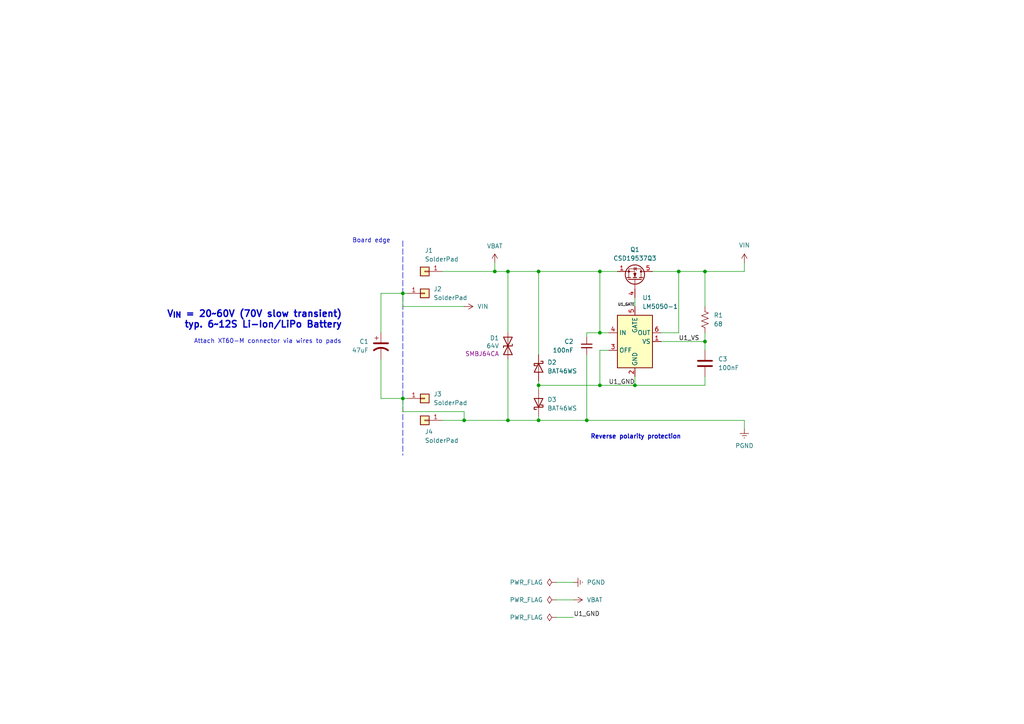
<source format=kicad_sch>
(kicad_sch (version 20250114) (generator "eeschema") (generator_version "9.0")
  (paper "A4")
  (title_block (title "Super Step Down V3") (date "2025-11-08") (rev "D") (company "Author: Julian Joaquin") (comment 1 "Licensed under CERN-OHL-W version 2") (comment 2 "Copyright © Julian Joaquin, 2025") (comment 4 "A 12S battery eliminator circuit (BEC) for UAS applications."))
  (lib_symbols
    (symbol "Connector_Generic:Conn_01x01" (pin_names (offset 1.016) (hide yes))
      (property "Reference" "J" (at 0 2.54 0))
      (property "Value" "Conn_01x01" (at 0 -2.54 0))
      (symbol "Conn_01x01_1_1"
        (rectangle (start -1.27 1.27) (end 1.27 -1.27) (stroke (width 0.254)) (fill (type background)))
        (rectangle (start -1.27 0.127) (end 0 -0.127) (stroke (width 0.1524)))
        (pin passive line (at -5.08 0 0) (length 3.81) (name "Pin_1") (number "1"))
      )
    )
    (symbol "Device:C" (pin_numbers (hide yes)) (pin_names (offset 0.254))
      (property "Reference" "C" (at 0.635 2.54 0))
      (property "Value" "C" (at 0.635 -2.54 0))
      (symbol "C_0_1"
        (polyline (pts (xy -2.032 0.762) (xy 2.032 0.762)) (stroke (width 0.508)))
        (polyline (pts (xy -2.032 -0.762) (xy 2.032 -0.762)) (stroke (width 0.508)))
      )
      (symbol "C_1_1"
        (pin passive line (at 0 3.81 270) (length 2.794) (name "~") (number "1"))
        (pin passive line (at 0 -3.81 90) (length 2.794) (name "~") (number "2"))
      )
    )
    (symbol "Device:C_Polarized_US" (pin_numbers (hide yes)) (pin_names (offset 0.254) (hide yes))
      (property "Reference" "C" (at 0.635 2.54 0))
      (property "Value" "C_Polarized_US" (at 0.635 -2.54 0))
      (symbol "C_Polarized_US_0_1"
        (polyline (pts (xy -2.032 0.762) (xy 2.032 0.762)) (stroke (width 0.508)))
        (polyline (pts (xy -1.778 2.286) (xy -0.762 2.286)))
        (polyline (pts (xy -1.27 1.778) (xy -1.27 2.794)))
        (arc (start -2.032 -1.27) (mid 0 -0.5572) (end 2.032 -1.27) (stroke (width 0.508)))
      )
      (symbol "C_Polarized_US_1_1"
        (pin passive line (at 0 3.81 270) (length 2.794) (name "~") (number "1"))
        (pin passive line (at 0 -3.81 90) (length 3.302) (name "~") (number "2"))
      )
    )
    (symbol "Device:C_Small" (pin_numbers (hide yes)) (pin_names (offset 0.254) (hide yes))
      (property "Reference" "C" (at 0.254 1.778 0))
      (property "Value" "C_Small" (at 0.254 -2.032 0))
      (symbol "C_Small_0_1"
        (polyline (pts (xy -1.524 0.508) (xy 1.524 0.508)) (stroke (width 0.3048)))
        (polyline (pts (xy -1.524 -0.508) (xy 1.524 -0.508)) (stroke (width 0.3302)))
      )
      (symbol "C_Small_1_1"
        (pin passive line (at 0 2.54 270) (length 2.032) (name "~") (number "1"))
        (pin passive line (at 0 -2.54 90) (length 2.032) (name "~") (number "2"))
      )
    )
    (symbol "Device:D_Schottky" (pin_numbers (hide yes)) (pin_names (offset 1.016) (hide yes))
      (property "Reference" "D" (at 0 2.54 0))
      (property "Value" "D_Schottky" (at 0 -2.54 0))
      (symbol "D_Schottky_0_1"
        (polyline (pts (xy -1.905 0.635) (xy -1.905 1.27) (xy -1.27 1.27) (xy -1.27 -1.27) (xy -0.635 -1.27) (xy -0.635 -0.635)) (stroke (width 0.254)))
        (polyline (pts (xy 1.27 1.27) (xy 1.27 -1.27) (xy -1.27 0) (xy 1.27 1.27)) (stroke (width 0.254)))
        (polyline (pts (xy 1.27 0) (xy -1.27 0)))
      )
      (symbol "D_Schottky_1_1"
        (pin passive line (at -3.81 0 0) (length 2.54) (name "K") (number "1"))
        (pin passive line (at 3.81 0 180) (length 2.54) (name "A") (number "2"))
      )
    )
    (symbol "Device:D_TVS" (pin_numbers (hide yes)) (pin_names (offset 1.016) (hide yes))
      (property "Reference" "D" (at 0 2.54 0))
      (property "Value" "D_TVS" (at 0 -2.54 0))
      (symbol "D_TVS_0_1"
        (polyline (pts (xy -2.54 1.27) (xy -2.54 -1.27) (xy 2.54 1.27) (xy 2.54 -1.27) (xy -2.54 1.27)) (stroke (width 0.254)))
        (polyline (pts (xy 0.508 1.27) (xy 0 1.27) (xy 0 -1.27) (xy -0.508 -1.27)) (stroke (width 0.254)))
        (polyline (pts (xy 1.27 0) (xy -1.27 0)))
      )
      (symbol "D_TVS_1_1"
        (pin passive line (at -3.81 0 0) (length 2.54) (name "A1") (number "1"))
        (pin passive line (at 3.81 0 180) (length 2.54) (name "A2") (number "2"))
      )
    )
    (symbol "Device:R_US" (pin_numbers (hide yes)) (pin_names (offset 0))
      (property "Reference" "R" (at 2.54 0 90))
      (property "Value" "R_US" (at -2.54 0 90))
      (symbol "R_US_0_1"
        (polyline (pts (xy 0 2.286) (xy 0 2.54)))
        (polyline (pts (xy 0 2.286) (xy 1.016 1.905) (xy 0 1.524) (xy -1.016 1.143) (xy 0 0.762)))
        (polyline (pts (xy 0 0.762) (xy 1.016 0.381) (xy 0 0) (xy -1.016 -0.381) (xy 0 -0.762)))
        (polyline (pts (xy 0 -0.762) (xy 1.016 -1.143) (xy 0 -1.524) (xy -1.016 -1.905) (xy 0 -2.286)))
        (polyline (pts (xy 0 -2.286) (xy 0 -2.54)))
      )
      (symbol "R_US_1_1"
        (pin passive line (at 0 3.81 270) (length 1.27) (name "~") (number "1"))
        (pin passive line (at 0 -3.81 90) (length 1.27) (name "~") (number "2"))
      )
    )
    (symbol "Power_Management:LM5050-1"
      (property "Reference" "U" (at -5.08 8.89 0))
      (property "Value" "LM5050-1" (at 1.27 8.89 0))
      (symbol "LM5050-1_0_1"
        (rectangle (start -5.08 7.62) (end 5.08 -7.62) (stroke (width 0.254)) (fill (type background)))
      )
      (symbol "LM5050-1_1_1"
        (pin input line (at -7.62 2.54 0) (length 2.54) (name "IN") (number "4"))
        (pin input line (at -7.62 -2.54 0) (length 2.54) (name "OFF") (number "3"))
        (pin output line (at 0 10.16 270) (length 2.54) (name "GATE") (number "5"))
        (pin power_in line (at 0 -10.16 90) (length 2.54) (name "GND") (number "2"))
        (pin input line (at 7.62 2.54 180) (length 2.54) (name "OUT") (number "6"))
        (pin passive line (at 7.62 0 180) (length 2.54) (name "VS") (number "1"))
      )
    )
    (symbol "Transistor_FET:CSD19537Q3" (pin_names (hide yes))
      (property "Reference" "Q" (at 5.08 1.905 0))
      (property "Value" "CSD19537Q3" (at 5.08 0 0))
      (symbol "CSD19537Q3_0_1"
        (polyline (pts (xy 0.254 1.905) (xy 0.254 -1.905)) (stroke (width 0.254)))
        (polyline (pts (xy 0.254 0) (xy -2.54 0)))
        (polyline (pts (xy 0.762 2.286) (xy 0.762 1.27)) (stroke (width 0.254)))
        (polyline (pts (xy 0.762 0.508) (xy 0.762 -0.508)) (stroke (width 0.254)))
        (polyline (pts (xy 0.762 -1.27) (xy 0.762 -2.286)) (stroke (width 0.254)))
        (polyline (pts (xy 0.762 -1.778) (xy 3.302 -1.778) (xy 3.302 1.778) (xy 0.762 1.778)))
        (polyline (pts (xy 1.016 0) (xy 2.032 0.381) (xy 2.032 -0.381) (xy 1.016 0)) (fill (type outline)))
        (circle (center 1.651 0) (radius 2.794) (stroke (width 0.254)))
        (polyline (pts (xy 2.54 2.54) (xy 2.54 1.778)))
        (circle (center 2.54 1.778) (radius 0.254) (fill (type outline)))
        (circle (center 2.54 -1.778) (radius 0.254) (fill (type outline)))
        (polyline (pts (xy 2.54 -2.54) (xy 2.54 0) (xy 0.762 0)))
        (polyline (pts (xy 2.794 0.508) (xy 2.921 0.381) (xy 3.683 0.381) (xy 3.81 0.254)))
        (polyline (pts (xy 3.302 0.381) (xy 2.921 -0.254) (xy 3.683 -0.254) (xy 3.302 0.381)))
      )
      (symbol "CSD19537Q3_1_1"
        (pin passive line (at -5.08 0 0) (length 2.54) (name "G") (number "4"))
        (pin passive line (at 2.54 5.08 270) (length 2.54) (name "D") (number "5"))
        (pin passive line (at 2.54 -5.08 90) (length 2.54) (name "S") (number "1"))
        (pin passive line (at 2.54 -5.08 90) (length 2.54) (hide yes) (name "S") (number "2"))
        (pin passive line (at 2.54 -5.08 90) (length 2.54) (hide yes) (name "S") (number "3"))
      )
    )
    (symbol "power:Earth" (power) (pin_numbers (hide yes)) (pin_names (offset 0) (hide yes))
      (property "Value" "Earth" (at 0 -3.81 0))
      (symbol "Earth_0_1"
        (polyline (pts (xy -0.635 -1.905) (xy 0.635 -1.905)))
        (polyline (pts (xy -0.127 -2.54) (xy 0.127 -2.54)))
        (polyline (pts (xy 0 -1.27) (xy 0 0)))
        (polyline (pts (xy 1.27 -1.27) (xy -1.27 -1.27)))
      )
      (symbol "Earth_1_1"
        (pin power_in line (at 0 0 270) (length 0) (name "~") (number "1"))
      )
    )
    (symbol "power:PWR_FLAG" (power) (pin_numbers (hide yes)) (pin_names (offset 0) (hide yes))
      (property "Value" "PWR_FLAG" (at 0 3.81 0))
      (symbol "PWR_FLAG_0_0"
        (pin power_out line (at 0 0 90) (length 0) (name "~") (number "1"))
      )
      (symbol "PWR_FLAG_0_1"
        (polyline (pts (xy 0 0) (xy 0 1.27) (xy -1.016 1.905) (xy 0 2.54) (xy 1.016 1.905) (xy 0 1.27)))
      )
    )
    (symbol "power:VCC" (power) (pin_numbers (hide yes)) (pin_names (offset 0) (hide yes))
      (property "Value" "VCC" (at 0 3.556 0))
      (symbol "VCC_0_1"
        (polyline (pts (xy -0.762 1.27) (xy 0 2.54)))
        (polyline (pts (xy 0 2.54) (xy 0.762 1.27)))
        (polyline (pts (xy 0 0) (xy 0 2.54)))
      )
      (symbol "VCC_1_1"
        (pin power_in line (at 0 0 90) (length 0) (name "~") (number "1"))
      )
    )
    (symbol "power:VDD" (power) (pin_numbers (hide yes)) (pin_names (offset 0) (hide yes))
      (property "Value" "VDD" (at 0 3.556 0))
      (symbol "VDD_0_1"
        (polyline (pts (xy -0.762 1.27) (xy 0 2.54)))
        (polyline (pts (xy 0 2.54) (xy 0.762 1.27)))
        (polyline (pts (xy 0 0) (xy 0 2.54)))
      )
      (symbol "VDD_1_1"
        (pin power_in line (at 0 0 90) (length 0) (name "~") (number "1"))
      )
    )
    (symbol "power:VDDA" (power) (pin_numbers (hide yes)) (pin_names (offset 0) (hide yes))
      (property "Value" "VDDA" (at 0 3.556 0))
      (symbol "VDDA_0_1"
        (polyline (pts (xy -0.762 1.27) (xy 0 2.54)))
        (polyline (pts (xy 0 2.54) (xy 0.762 1.27)))
        (polyline (pts (xy 0 0) (xy 0 2.54)))
      )
      (symbol "VDDA_1_1"
        (pin power_in line (at 0 0 90) (length 0) (name "~") (number "1"))
      )
    )
  )
  (text "Reverse polarity protection" (at 184.404 126.746 0) (effects (font (size 1.27 1.27) (thickness 0.254) (bold yes))))
  (text "Board edge" (at 113.284 69.85 0) (effects (font (size 1.27 1.27)) (justify right)))
  (text "V_{IN} = 20~60V (70V slow transient)\ntyp. 6~12S Li-Ion/LiPo Battery" (at 99.314 92.71 0) (effects (font (size 1.905 1.905) (thickness 0.381) (bold yes)) (justify right)))
  (text "Attach XT60-M connector via wires to pads" (at 99.06 99.06 0) (effects (font (size 1.27 1.27)) (justify right)))
  (junction (at 173.99 78.74))
  (junction (at 184.15 111.76))
  (junction (at 134.62 121.92))
  (junction (at 156.21 121.92))
  (junction (at 116.84 85.09))
  (junction (at 147.32 78.74))
  (junction (at 196.85 78.74))
  (junction (at 173.99 111.76))
  (junction (at 156.21 111.76))
  (junction (at 204.47 78.74))
  (junction (at 143.51 78.74))
  (junction (at 116.84 115.57))
  (junction (at 170.18 121.92))
  (junction (at 173.99 96.52))
  (junction (at 147.32 121.92))
  (junction (at 204.47 99.06))
  (junction (at 156.21 78.74))
  (polyline (pts (xy 116.84 69.85) (xy 116.84 132.08)) (stroke (width 0) (type dash)))
  (wire (pts (xy 116.84 119.38) (xy 134.62 119.38)))
  (wire (pts (xy 110.49 115.57) (xy 116.84 115.57)))
  (wire (pts (xy 204.47 109.22) (xy 204.47 111.76)))
  (wire (pts (xy 147.32 104.14) (xy 147.32 121.92)))
  (wire (pts (xy 134.62 121.92) (xy 128.27 121.92)))
  (wire (pts (xy 161.29 179.07) (xy 166.37 179.07)))
  (wire (pts (xy 116.84 115.57) (xy 118.11 115.57)))
  (wire (pts (xy 156.21 78.74) (xy 173.99 78.74)))
  (wire (pts (xy 176.53 101.6) (xy 173.99 101.6)))
  (wire (pts (xy 184.15 109.22) (xy 184.15 111.76)))
  (wire (pts (xy 161.29 168.91) (xy 166.37 168.91)))
  (wire (pts (xy 215.9 121.92) (xy 215.9 124.46)))
  (wire (pts (xy 134.62 119.38) (xy 134.62 121.92)))
  (wire (pts (xy 147.32 78.74) (xy 156.21 78.74)))
  (wire (pts (xy 147.32 78.74) (xy 147.32 96.52)))
  (wire (pts (xy 156.21 111.76) (xy 173.99 111.76)))
  (wire (pts (xy 173.99 101.6) (xy 173.99 111.76)))
  (wire (pts (xy 173.99 78.74) (xy 179.07 78.74)))
  (wire (pts (xy 184.15 111.76) (xy 204.47 111.76)))
  (wire (pts (xy 128.27 78.74) (xy 143.51 78.74)))
  (wire (pts (xy 110.49 104.14) (xy 110.49 115.57)))
  (wire (pts (xy 116.84 85.09) (xy 116.84 88.9)))
  (wire (pts (xy 156.21 120.65) (xy 156.21 121.92)))
  (wire (pts (xy 170.18 96.52) (xy 170.18 97.79)))
  (wire (pts (xy 184.15 111.76) (xy 173.99 111.76)))
  (wire (pts (xy 161.29 173.99) (xy 166.37 173.99)))
  (wire (pts (xy 189.23 78.74) (xy 196.85 78.74)))
  (wire (pts (xy 134.62 121.92) (xy 147.32 121.92)))
  (wire (pts (xy 110.49 85.09) (xy 110.49 96.52)))
  (wire (pts (xy 204.47 78.74) (xy 204.47 88.9)))
  (wire (pts (xy 156.21 111.76) (xy 156.21 113.03)))
  (wire (pts (xy 196.85 78.74) (xy 196.85 96.52)))
  (wire (pts (xy 116.84 88.9) (xy 134.62 88.9)))
  (wire (pts (xy 196.85 96.52) (xy 191.77 96.52)))
  (wire (pts (xy 204.47 99.06) (xy 204.47 96.52)))
  (wire (pts (xy 184.15 86.36) (xy 184.15 88.9)))
  (wire (pts (xy 196.85 78.74) (xy 204.47 78.74)))
  (wire (pts (xy 156.21 110.49) (xy 156.21 111.76)))
  (wire (pts (xy 156.21 78.74) (xy 156.21 102.87)))
  (wire (pts (xy 147.32 121.92) (xy 156.21 121.92)))
  (wire (pts (xy 191.77 99.06) (xy 204.47 99.06)))
  (wire (pts (xy 116.84 85.09) (xy 118.11 85.09)))
  (wire (pts (xy 110.49 85.09) (xy 116.84 85.09)))
  (wire (pts (xy 176.53 96.52) (xy 173.99 96.52)))
  (wire (pts (xy 173.99 96.52) (xy 170.18 96.52)))
  (wire (pts (xy 204.47 101.6) (xy 204.47 99.06)))
  (wire (pts (xy 147.32 78.74) (xy 143.51 78.74)))
  (wire (pts (xy 156.21 121.92) (xy 170.18 121.92)))
  (wire (pts (xy 116.84 115.57) (xy 116.84 119.38)))
  (wire (pts (xy 143.51 76.2) (xy 143.51 78.74)))
  (wire (pts (xy 170.18 102.87) (xy 170.18 121.92)))
  (wire (pts (xy 173.99 96.52) (xy 173.99 78.74)))
  (wire (pts (xy 204.47 78.74) (xy 215.9 78.74)))
  (wire (pts (xy 215.9 76.2) (xy 215.9 78.74)))
  (wire (pts (xy 170.18 121.92) (xy 215.9 121.92)))
  (label "U1_GND" (at 166.37 179.07 0))
  (label "U1_GATE" (at 184.15 88.9 180) (effects (font (size 0.762 0.762))))
  (label "U1_GND" (at 176.53 111.76 0))
  (label "U1_VS" (at 196.85 99.06 0))
  (symbol (lib_id "Connector_Generic:Conn_01x01") (at 123.19 78.74 0) (mirror y) (unit 1) (in_bom no)
    (property "Reference" "J1" (at 123.19 72.644 0) (effects (justify right)))
    (property "Value" "SolderPad" (at 123.19 75.184 0) (effects (justify right)))
    (property "Footprint" "Connector_Wire:SolderWirePad_1x01_SMD_3x6mm" (effects (hide yes)))
    (property "Description" "Generic connector, single row, 01x01, script generated (kicad-library-utils/schlib/autogen/connector/)" (effects (hide yes)))
  )
  (symbol (lib_id "power:VCC") (at 134.62 88.9 270) (unit 1)
    (property "Reference" "#PWR08" (effects (hide yes)))
    (property "Value" "VIN" (at 138.43 88.9 90) (effects (justify left)))
    (property "Description" "Power symbol creates a global label with name \"VCC\"" (effects (hide yes)))
  )
  (symbol (lib_id "Connector_Generic:Conn_01x01") (at 123.19 121.92 0) (mirror y) (unit 1) (in_bom no)
    (property "Reference" "J4" (at 123.19 125.222 0) (effects (justify right)))
    (property "Value" "SolderPad" (at 123.19 127.762 0) (effects (justify right)))
    (property "Footprint" "Connector_Wire:SolderWirePad_1x01_SMD_3x6mm" (effects (hide yes)))
    (property "Description" "Generic connector, single row, 01x01, script generated (kicad-library-utils/schlib/autogen/connector/)" (effects (hide yes)))
  )
  (symbol (lib_id "Device:D_Schottky") (at 156.21 106.68 270) (unit 1)
    (property "Reference" "D2" (at 158.75 105.0925 90) (effects (justify left)))
    (property "Value" "BAT46WS" (at 158.75 107.6325 90) (effects (justify left)))
    (property "Footprint" "Diode_SMD:D_SOD-323" (effects (hide yes)))
    (property "Description" "DIODE SCHOTTKY 100V SOD-323" (effects (hide yes)))
    (property "LCSC PN" "C7502692" (effects (hide yes)))
    (property "Manufacturer" "Zhuhai Hongjiacheng" (effects (hide yes)))
    (property "Part Number" "BAT46WS" (effects (hide yes)))
    (property "Part Type" "Preferred Extended" (effects (hide yes)))
    (property "FT Rotation Offset" "0" (effects (hide yes)))
  )
  (symbol (lib_id "power:Earth") (at 166.37 168.91 90) (unit 1)
    (property "Reference" "#PWR023" (effects (hide yes)))
    (property "Value" "PGND" (at 170.18 168.91 90) (effects (justify right)))
    (property "Description" "Power symbol creates a global label with name \"Earth\"" (effects (hide yes)))
  )
  (symbol (lib_id "Device:C") (at 204.47 105.41 0) (unit 1)
    (property "Reference" "C3" (at 208.28 104.14 0) (effects (justify left)))
    (property "Value" "100nF" (at 208.28 106.68 0) (effects (justify left)))
    (property "Footprint" "Capacitor_SMD:C_0603_1608Metric" (effects (hide yes)))
    (property "Datasheet" "https://www.yageogroup.com/products/Capacitors/part/CC0603KRX7R0BB104" (effects (hide yes)))
    (property "Description" "CAP CER 100nF 100V X7R 10% 0603" (effects (hide yes)))
    (property "LCSC PN" "C113803" (effects (hide yes)))
    (property "Part Type" "Extended" (effects (hide yes)))
    (property "FT Rotation Offset" "0" (effects (hide yes)))
    (property "Voltage" "100V" (effects (hide yes)))
    (property "Tolerance" "10%" (effects (hide yes)))
    (property "Part Number" "CC0603KRX7R0BB104" (effects (hide yes)))
    (property "Manufacturer" "YAGEO" (effects (hide yes)))
  )
  (symbol (lib_id "Power_Management:LM5050-1") (at 184.15 99.06 0) (unit 1)
    (property "Reference" "U1" (at 186.3134 86.36 0) (effects (justify left)))
    (property "Value" "LM5050-1" (at 186.3134 88.9 0) (effects (justify left)))
    (property "Footprint" "Package_TO_SOT_SMD:TSOT-23-6" (effects (hide yes)))
    (property "Datasheet" "http://www.ti.com/lit/ds/symlink/lm5050-1-q1.pdf" (effects (hide yes)))
    (property "Description" "IC HIGH SIDE FET controller TSOT-23-6" (effects (hide yes)))
    (property "LCSC PN" "C473393" (effects (hide yes)))
    (property "Manufacturer" "Texas Instruments" (effects (hide yes)))
    (property "Part Number" "LM5050-1" (effects (hide yes)))
    (property "Part Type" "Extended" (effects (hide yes)))
    (property "FT Rotation Offset" "90" (effects (hide yes)))
  )
  (symbol (lib_id "power:VDD") (at 143.51 76.2 0) (unit 1)
    (property "Reference" "#PWR09" (effects (hide yes)))
    (property "Value" "VBAT" (at 143.51 71.374 0))
    (property "Description" "Power symbol creates a global label with name \"VDD\"" (effects (hide yes)))
  )
  (symbol (lib_id "power:PWR_FLAG") (at 161.29 173.99 90) (unit 1)
    (property "Reference" "#FLG02" (effects (hide yes)))
    (property "Value" "PWR_FLAG" (at 157.48 173.99 90) (effects (justify left)))
    (property "Description" "Special symbol for telling ERC where power comes from" (effects (hide yes)))
  )
  (symbol (lib_id "Device:C_Polarized_US") (at 110.49 100.33 0) (unit 1) (in_bom no) (on_board no)
    (property "Reference" "C1" (at 106.934 99.06 0) (effects (justify right)))
    (property "Value" "47uF" (at 106.934 101.6 0) (effects (justify right)))
    (property "Description" "Polarized capacitor, US symbol" (effects (hide yes)))
    (property "LCSC PN" "C5113349" (effects (hide yes)))
    (property "Part Number" "ESH476M100AH9AA" (effects (hide yes)))
  )
  (symbol (lib_id "power:PWR_FLAG") (at 161.29 168.91 90) (unit 1)
    (property "Reference" "#FLG06" (effects (hide yes)))
    (property "Value" "PWR_FLAG" (at 157.48 168.91 90) (effects (justify left)))
    (property "Description" "Special symbol for telling ERC where power comes from" (effects (hide yes)))
  )
  (symbol (lib_id "Device:D_Schottky") (at 156.21 116.84 90) (unit 1)
    (property "Reference" "D3" (at 158.75 115.8875 90) (effects (justify right)))
    (property "Value" "BAT46WS" (at 158.75 118.4275 90) (effects (justify right)))
    (property "Footprint" "Diode_SMD:D_SOD-323" (effects (hide yes)))
    (property "Description" "DIODE SCHOTTKY 100V SOD-323" (effects (hide yes)))
    (property "LCSC PN" "C7502692" (effects (hide yes)))
    (property "Manufacturer" "Zhuhai Hongjiacheng" (effects (hide yes)))
    (property "Part Number" "BAT46WS" (effects (hide yes)))
    (property "Part Type" "Preferred Extended" (effects (hide yes)))
    (property "FT Rotation Offset" "0" (effects (hide yes)))
  )
  (symbol (lib_id "power:Earth") (at 215.9 124.46 0) (unit 1)
    (property "Reference" "#PWR014" (effects (hide yes)))
    (property "Value" "PGND" (at 215.9 129.286 0))
    (property "Description" "Power symbol creates a global label with name \"Earth\"" (effects (hide yes)))
  )
  (symbol (lib_id "Connector_Generic:Conn_01x01") (at 123.19 115.57 0) (unit 1) (in_bom no)
    (property "Reference" "J3" (at 125.73 114.3 0) (effects (justify left)))
    (property "Value" "SolderPad" (at 125.73 116.84 0) (effects (justify left)))
    (property "Footprint" "Connector_Wire:SolderWirePad_1x01_SMD_1.5x3mm" (effects (hide yes)))
    (property "Description" "Generic connector, single row, 01x01, script generated (kicad-library-utils/schlib/autogen/connector/)" (effects (hide yes)))
  )
  (symbol (lib_id "power:VDDA") (at 166.37 173.99 270) (unit 1)
    (property "Reference" "#PWR018" (effects (hide yes)))
    (property "Value" "VBAT" (at 170.18 173.99 90) (effects (justify left)))
    (property "Description" "Power symbol creates a global label with name \"VDDA\"" (effects (hide yes)))
  )
  (symbol (lib_id "power:PWR_FLAG") (at 161.29 179.07 90) (unit 1)
    (property "Reference" "#FLG08" (effects (hide yes)))
    (property "Value" "PWR_FLAG" (at 157.48 179.07 90) (effects (justify left)))
    (property "Description" "Special symbol for telling ERC where power comes from" (effects (hide yes)))
  )
  (symbol (lib_id "Device:R_US") (at 204.47 92.71 0) (unit 1)
    (property "Reference" "R1" (at 207.01 91.44 0) (effects (justify left)))
    (property "Value" "68" (at 207.01 93.98 0) (effects (justify left)))
    (property "Footprint" "Resistor_SMD:R_0603_1608Metric" (effects (hide yes)))
    (property "Description" "RES 68Ω 1% 75V 100mW 0603" (effects (hide yes)))
    (property "LCSC PN" "C27592" (effects (hide yes)))
    (property "Part Type" "Preferred Extended" (effects (hide yes)))
    (property "FT Rotation Offset" "0" (effects (hide yes)))
    (property "Power" "0.1W" (effects (hide yes)))
    (property "Voltage" "75V" (effects (hide yes)))
    (property "Tolerance" "1%" (effects (hide yes)))
    (property "Part Number" "0603WAF680JT5E" (effects (hide yes)))
    (property "Manufacturer" "UNI-ROYAL" (effects (hide yes)))
  )
  (symbol (lib_id "Device:C_Small") (at 170.18 100.33 0) (mirror y) (unit 1)
    (property "Reference" "C2" (at 166.37 99.06 0) (effects (justify left)))
    (property "Value" "100nF" (at 166.37 101.6 0) (effects (justify left)))
    (property "Footprint" "Capacitor_SMD:C_0603_1608Metric" (effects (hide yes)))
    (property "Datasheet" "https://www.yageogroup.com/products/Capacitors/part/CC0603KRX7R0BB104" (effects (hide yes)))
    (property "Description" "CAP CER 100nF 100V X7R 10% 0603" (effects (hide yes)))
    (property "LCSC PN" "C113803" (effects (hide yes)))
    (property "Part Type" "Extended" (effects (hide yes)))
    (property "FT Rotation Offset" "0" (effects (hide yes)))
    (property "Voltage" "100V" (effects (hide yes)))
    (property "Tolerance" "10%" (effects (hide yes)))
    (property "Part Number" "CC0603KRX7R0BB104" (effects (hide yes)))
    (property "Manufacturer" "YAGEO" (effects (hide yes)))
  )
  (symbol (lib_id "Transistor_FET:CSD19537Q3") (at 184.15 81.28 270) (mirror x) (unit 1)
    (property "Reference" "Q1" (at 184.15 72.39 90))
    (property "Value" "CSD19537Q3" (at 184.15 74.93 90))
    (property "Footprint" "Package_SON_JJ:Texas_DQG0008A_3.3x3.3mm_P0.65mm_ThermalVias-D0.3mm" (effects (hide yes)))
    (property "Datasheet" "http://www.ti.com/lit/ds/symlink/csd19537q3.pdf" (effects (hide yes)))
    (property "Description" "MOSFET N-CH 100V 53A VSON-8(3.3x3.3)" (effects (hide yes)))
    (property "LCSC PN" "C134143" (effects (hide yes)))
    (property "Manufacturer" "Texas Instruments" (effects (hide yes)))
    (property "Part Number" "CSD19537Q3T" (effects (hide yes)))
    (property "Part Type" "Extended" (effects (hide yes)))
    (property "FT Rotation Offset" "0" (effects (hide yes)))
  )
  (symbol (lib_id "Connector_Generic:Conn_01x01") (at 123.19 85.09 0) (unit 1) (in_bom no)
    (property "Reference" "J2" (at 125.73 83.82 0) (effects (justify left)))
    (property "Value" "SolderPad" (at 125.73 86.36 0) (effects (justify left)))
    (property "Footprint" "Connector_Wire:SolderWirePad_1x01_SMD_1.5x3mm" (effects (hide yes)))
    (property "Description" "Generic connector, single row, 01x01, script generated (kicad-library-utils/schlib/autogen/connector/)" (effects (hide yes)))
  )
  (symbol (lib_id "power:VCC") (at 215.9 76.2 0) (unit 1)
    (property "Reference" "#PWR013" (effects (hide yes)))
    (property "Value" "VIN" (at 215.9 71.12 0))
    (property "Description" "Power symbol creates a global label with name \"VCC\"" (effects (hide yes)))
  )
  (symbol (lib_id "Device:D_TVS") (at 147.32 100.33 90) (mirror x) (unit 1)
    (property "Reference" "D1" (at 144.78 98.044 90) (effects (justify left)))
    (property "Value" "64V" (at 144.78 100.33 90) (effects (justify left)))
    (property "Footprint" "Diode_SMD:D_SMB" (effects (hide yes)))
    (property "Datasheet" "https://jlcpcb.com/api/file/downloadByFileSystemAccessId/8564879160893476864" (effects (hide yes)))
    (property "Description" "DIODE TVS 64V 600W BI SMB" (effects (hide yes)))
    (property "Part Number" "SMBJ64CA" (at 144.78 102.616 90) (effects (justify left)))
    (property "FT Rotation Offset" "0" (effects (hide yes)))
    (property "LCSC PN" "C41376099" (effects (hide yes)))
    (property "Part Type" "Preferred Extended" (effects (hide yes)))
    (property "Voltage" "103V" (effects (hide yes)))
    (property "Power" "5000W" (effects (hide yes)))
    (property "Manufacturer" "Zhuhai Hongjiacheng" (effects (hide yes)))
  )
)
</source>
